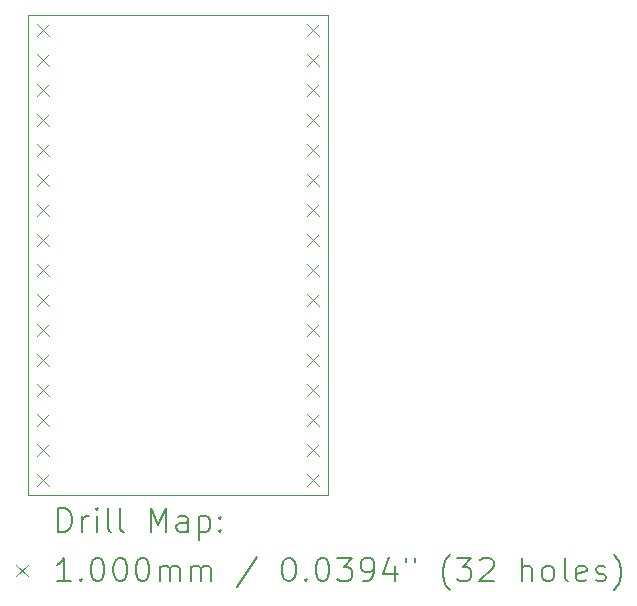
<source format=gbr>
%TF.GenerationSoftware,KiCad,Pcbnew,9.0.6*%
%TF.CreationDate,2026-01-07T21:32:34-06:00*%
%TF.ProjectId,QFP-32_5x5_P0.5,5146502d-3332-45f3-9578-355f50302e35,rev?*%
%TF.SameCoordinates,Original*%
%TF.FileFunction,Drillmap*%
%TF.FilePolarity,Positive*%
%FSLAX45Y45*%
G04 Gerber Fmt 4.5, Leading zero omitted, Abs format (unit mm)*
G04 Created by KiCad (PCBNEW 9.0.6) date 2026-01-07 21:32:34*
%MOMM*%
%LPD*%
G01*
G04 APERTURE LIST*
%ADD10C,0.050000*%
%ADD11C,0.200000*%
%ADD12C,0.100000*%
G04 APERTURE END LIST*
D10*
X12573000Y-10033000D02*
X15113000Y-10033000D01*
X15113000Y-14097000D01*
X12573000Y-14097000D01*
X12573000Y-10033000D01*
D11*
D12*
X12650000Y-10110000D02*
X12750000Y-10210000D01*
X12750000Y-10110000D02*
X12650000Y-10210000D01*
X12650000Y-10364000D02*
X12750000Y-10464000D01*
X12750000Y-10364000D02*
X12650000Y-10464000D01*
X12650000Y-10618000D02*
X12750000Y-10718000D01*
X12750000Y-10618000D02*
X12650000Y-10718000D01*
X12650000Y-10872000D02*
X12750000Y-10972000D01*
X12750000Y-10872000D02*
X12650000Y-10972000D01*
X12650000Y-11126000D02*
X12750000Y-11226000D01*
X12750000Y-11126000D02*
X12650000Y-11226000D01*
X12650000Y-11380000D02*
X12750000Y-11480000D01*
X12750000Y-11380000D02*
X12650000Y-11480000D01*
X12650000Y-11634000D02*
X12750000Y-11734000D01*
X12750000Y-11634000D02*
X12650000Y-11734000D01*
X12650000Y-11888000D02*
X12750000Y-11988000D01*
X12750000Y-11888000D02*
X12650000Y-11988000D01*
X12650000Y-12142000D02*
X12750000Y-12242000D01*
X12750000Y-12142000D02*
X12650000Y-12242000D01*
X12650000Y-12396000D02*
X12750000Y-12496000D01*
X12750000Y-12396000D02*
X12650000Y-12496000D01*
X12650000Y-12650000D02*
X12750000Y-12750000D01*
X12750000Y-12650000D02*
X12650000Y-12750000D01*
X12650000Y-12904000D02*
X12750000Y-13004000D01*
X12750000Y-12904000D02*
X12650000Y-13004000D01*
X12650000Y-13158000D02*
X12750000Y-13258000D01*
X12750000Y-13158000D02*
X12650000Y-13258000D01*
X12650000Y-13412000D02*
X12750000Y-13512000D01*
X12750000Y-13412000D02*
X12650000Y-13512000D01*
X12650000Y-13666000D02*
X12750000Y-13766000D01*
X12750000Y-13666000D02*
X12650000Y-13766000D01*
X12650000Y-13920000D02*
X12750000Y-14020000D01*
X12750000Y-13920000D02*
X12650000Y-14020000D01*
X14936000Y-10110000D02*
X15036000Y-10210000D01*
X15036000Y-10110000D02*
X14936000Y-10210000D01*
X14936000Y-10364000D02*
X15036000Y-10464000D01*
X15036000Y-10364000D02*
X14936000Y-10464000D01*
X14936000Y-10618000D02*
X15036000Y-10718000D01*
X15036000Y-10618000D02*
X14936000Y-10718000D01*
X14936000Y-10872000D02*
X15036000Y-10972000D01*
X15036000Y-10872000D02*
X14936000Y-10972000D01*
X14936000Y-11126000D02*
X15036000Y-11226000D01*
X15036000Y-11126000D02*
X14936000Y-11226000D01*
X14936000Y-11380000D02*
X15036000Y-11480000D01*
X15036000Y-11380000D02*
X14936000Y-11480000D01*
X14936000Y-11634000D02*
X15036000Y-11734000D01*
X15036000Y-11634000D02*
X14936000Y-11734000D01*
X14936000Y-11888000D02*
X15036000Y-11988000D01*
X15036000Y-11888000D02*
X14936000Y-11988000D01*
X14936000Y-12142000D02*
X15036000Y-12242000D01*
X15036000Y-12142000D02*
X14936000Y-12242000D01*
X14936000Y-12396000D02*
X15036000Y-12496000D01*
X15036000Y-12396000D02*
X14936000Y-12496000D01*
X14936000Y-12650000D02*
X15036000Y-12750000D01*
X15036000Y-12650000D02*
X14936000Y-12750000D01*
X14936000Y-12904000D02*
X15036000Y-13004000D01*
X15036000Y-12904000D02*
X14936000Y-13004000D01*
X14936000Y-13158000D02*
X15036000Y-13258000D01*
X15036000Y-13158000D02*
X14936000Y-13258000D01*
X14936000Y-13412000D02*
X15036000Y-13512000D01*
X15036000Y-13412000D02*
X14936000Y-13512000D01*
X14936000Y-13666000D02*
X15036000Y-13766000D01*
X15036000Y-13666000D02*
X14936000Y-13766000D01*
X14936000Y-13920000D02*
X15036000Y-14020000D01*
X15036000Y-13920000D02*
X14936000Y-14020000D01*
D11*
X12831277Y-14410984D02*
X12831277Y-14210984D01*
X12831277Y-14210984D02*
X12878896Y-14210984D01*
X12878896Y-14210984D02*
X12907467Y-14220508D01*
X12907467Y-14220508D02*
X12926515Y-14239555D01*
X12926515Y-14239555D02*
X12936039Y-14258603D01*
X12936039Y-14258603D02*
X12945562Y-14296698D01*
X12945562Y-14296698D02*
X12945562Y-14325269D01*
X12945562Y-14325269D02*
X12936039Y-14363365D01*
X12936039Y-14363365D02*
X12926515Y-14382412D01*
X12926515Y-14382412D02*
X12907467Y-14401460D01*
X12907467Y-14401460D02*
X12878896Y-14410984D01*
X12878896Y-14410984D02*
X12831277Y-14410984D01*
X13031277Y-14410984D02*
X13031277Y-14277650D01*
X13031277Y-14315746D02*
X13040801Y-14296698D01*
X13040801Y-14296698D02*
X13050324Y-14287174D01*
X13050324Y-14287174D02*
X13069372Y-14277650D01*
X13069372Y-14277650D02*
X13088420Y-14277650D01*
X13155086Y-14410984D02*
X13155086Y-14277650D01*
X13155086Y-14210984D02*
X13145562Y-14220508D01*
X13145562Y-14220508D02*
X13155086Y-14230031D01*
X13155086Y-14230031D02*
X13164610Y-14220508D01*
X13164610Y-14220508D02*
X13155086Y-14210984D01*
X13155086Y-14210984D02*
X13155086Y-14230031D01*
X13278896Y-14410984D02*
X13259848Y-14401460D01*
X13259848Y-14401460D02*
X13250324Y-14382412D01*
X13250324Y-14382412D02*
X13250324Y-14210984D01*
X13383658Y-14410984D02*
X13364610Y-14401460D01*
X13364610Y-14401460D02*
X13355086Y-14382412D01*
X13355086Y-14382412D02*
X13355086Y-14210984D01*
X13612229Y-14410984D02*
X13612229Y-14210984D01*
X13612229Y-14210984D02*
X13678896Y-14353841D01*
X13678896Y-14353841D02*
X13745562Y-14210984D01*
X13745562Y-14210984D02*
X13745562Y-14410984D01*
X13926515Y-14410984D02*
X13926515Y-14306222D01*
X13926515Y-14306222D02*
X13916991Y-14287174D01*
X13916991Y-14287174D02*
X13897943Y-14277650D01*
X13897943Y-14277650D02*
X13859848Y-14277650D01*
X13859848Y-14277650D02*
X13840801Y-14287174D01*
X13926515Y-14401460D02*
X13907467Y-14410984D01*
X13907467Y-14410984D02*
X13859848Y-14410984D01*
X13859848Y-14410984D02*
X13840801Y-14401460D01*
X13840801Y-14401460D02*
X13831277Y-14382412D01*
X13831277Y-14382412D02*
X13831277Y-14363365D01*
X13831277Y-14363365D02*
X13840801Y-14344317D01*
X13840801Y-14344317D02*
X13859848Y-14334793D01*
X13859848Y-14334793D02*
X13907467Y-14334793D01*
X13907467Y-14334793D02*
X13926515Y-14325269D01*
X14021753Y-14277650D02*
X14021753Y-14477650D01*
X14021753Y-14287174D02*
X14040801Y-14277650D01*
X14040801Y-14277650D02*
X14078896Y-14277650D01*
X14078896Y-14277650D02*
X14097943Y-14287174D01*
X14097943Y-14287174D02*
X14107467Y-14296698D01*
X14107467Y-14296698D02*
X14116991Y-14315746D01*
X14116991Y-14315746D02*
X14116991Y-14372888D01*
X14116991Y-14372888D02*
X14107467Y-14391936D01*
X14107467Y-14391936D02*
X14097943Y-14401460D01*
X14097943Y-14401460D02*
X14078896Y-14410984D01*
X14078896Y-14410984D02*
X14040801Y-14410984D01*
X14040801Y-14410984D02*
X14021753Y-14401460D01*
X14202705Y-14391936D02*
X14212229Y-14401460D01*
X14212229Y-14401460D02*
X14202705Y-14410984D01*
X14202705Y-14410984D02*
X14193182Y-14401460D01*
X14193182Y-14401460D02*
X14202705Y-14391936D01*
X14202705Y-14391936D02*
X14202705Y-14410984D01*
X14202705Y-14287174D02*
X14212229Y-14296698D01*
X14212229Y-14296698D02*
X14202705Y-14306222D01*
X14202705Y-14306222D02*
X14193182Y-14296698D01*
X14193182Y-14296698D02*
X14202705Y-14287174D01*
X14202705Y-14287174D02*
X14202705Y-14306222D01*
D12*
X12470500Y-14689500D02*
X12570500Y-14789500D01*
X12570500Y-14689500D02*
X12470500Y-14789500D01*
D11*
X12936039Y-14830984D02*
X12821753Y-14830984D01*
X12878896Y-14830984D02*
X12878896Y-14630984D01*
X12878896Y-14630984D02*
X12859848Y-14659555D01*
X12859848Y-14659555D02*
X12840801Y-14678603D01*
X12840801Y-14678603D02*
X12821753Y-14688127D01*
X13021753Y-14811936D02*
X13031277Y-14821460D01*
X13031277Y-14821460D02*
X13021753Y-14830984D01*
X13021753Y-14830984D02*
X13012229Y-14821460D01*
X13012229Y-14821460D02*
X13021753Y-14811936D01*
X13021753Y-14811936D02*
X13021753Y-14830984D01*
X13155086Y-14630984D02*
X13174134Y-14630984D01*
X13174134Y-14630984D02*
X13193182Y-14640508D01*
X13193182Y-14640508D02*
X13202705Y-14650031D01*
X13202705Y-14650031D02*
X13212229Y-14669079D01*
X13212229Y-14669079D02*
X13221753Y-14707174D01*
X13221753Y-14707174D02*
X13221753Y-14754793D01*
X13221753Y-14754793D02*
X13212229Y-14792888D01*
X13212229Y-14792888D02*
X13202705Y-14811936D01*
X13202705Y-14811936D02*
X13193182Y-14821460D01*
X13193182Y-14821460D02*
X13174134Y-14830984D01*
X13174134Y-14830984D02*
X13155086Y-14830984D01*
X13155086Y-14830984D02*
X13136039Y-14821460D01*
X13136039Y-14821460D02*
X13126515Y-14811936D01*
X13126515Y-14811936D02*
X13116991Y-14792888D01*
X13116991Y-14792888D02*
X13107467Y-14754793D01*
X13107467Y-14754793D02*
X13107467Y-14707174D01*
X13107467Y-14707174D02*
X13116991Y-14669079D01*
X13116991Y-14669079D02*
X13126515Y-14650031D01*
X13126515Y-14650031D02*
X13136039Y-14640508D01*
X13136039Y-14640508D02*
X13155086Y-14630984D01*
X13345562Y-14630984D02*
X13364610Y-14630984D01*
X13364610Y-14630984D02*
X13383658Y-14640508D01*
X13383658Y-14640508D02*
X13393182Y-14650031D01*
X13393182Y-14650031D02*
X13402705Y-14669079D01*
X13402705Y-14669079D02*
X13412229Y-14707174D01*
X13412229Y-14707174D02*
X13412229Y-14754793D01*
X13412229Y-14754793D02*
X13402705Y-14792888D01*
X13402705Y-14792888D02*
X13393182Y-14811936D01*
X13393182Y-14811936D02*
X13383658Y-14821460D01*
X13383658Y-14821460D02*
X13364610Y-14830984D01*
X13364610Y-14830984D02*
X13345562Y-14830984D01*
X13345562Y-14830984D02*
X13326515Y-14821460D01*
X13326515Y-14821460D02*
X13316991Y-14811936D01*
X13316991Y-14811936D02*
X13307467Y-14792888D01*
X13307467Y-14792888D02*
X13297943Y-14754793D01*
X13297943Y-14754793D02*
X13297943Y-14707174D01*
X13297943Y-14707174D02*
X13307467Y-14669079D01*
X13307467Y-14669079D02*
X13316991Y-14650031D01*
X13316991Y-14650031D02*
X13326515Y-14640508D01*
X13326515Y-14640508D02*
X13345562Y-14630984D01*
X13536039Y-14630984D02*
X13555086Y-14630984D01*
X13555086Y-14630984D02*
X13574134Y-14640508D01*
X13574134Y-14640508D02*
X13583658Y-14650031D01*
X13583658Y-14650031D02*
X13593182Y-14669079D01*
X13593182Y-14669079D02*
X13602705Y-14707174D01*
X13602705Y-14707174D02*
X13602705Y-14754793D01*
X13602705Y-14754793D02*
X13593182Y-14792888D01*
X13593182Y-14792888D02*
X13583658Y-14811936D01*
X13583658Y-14811936D02*
X13574134Y-14821460D01*
X13574134Y-14821460D02*
X13555086Y-14830984D01*
X13555086Y-14830984D02*
X13536039Y-14830984D01*
X13536039Y-14830984D02*
X13516991Y-14821460D01*
X13516991Y-14821460D02*
X13507467Y-14811936D01*
X13507467Y-14811936D02*
X13497943Y-14792888D01*
X13497943Y-14792888D02*
X13488420Y-14754793D01*
X13488420Y-14754793D02*
X13488420Y-14707174D01*
X13488420Y-14707174D02*
X13497943Y-14669079D01*
X13497943Y-14669079D02*
X13507467Y-14650031D01*
X13507467Y-14650031D02*
X13516991Y-14640508D01*
X13516991Y-14640508D02*
X13536039Y-14630984D01*
X13688420Y-14830984D02*
X13688420Y-14697650D01*
X13688420Y-14716698D02*
X13697943Y-14707174D01*
X13697943Y-14707174D02*
X13716991Y-14697650D01*
X13716991Y-14697650D02*
X13745563Y-14697650D01*
X13745563Y-14697650D02*
X13764610Y-14707174D01*
X13764610Y-14707174D02*
X13774134Y-14726222D01*
X13774134Y-14726222D02*
X13774134Y-14830984D01*
X13774134Y-14726222D02*
X13783658Y-14707174D01*
X13783658Y-14707174D02*
X13802705Y-14697650D01*
X13802705Y-14697650D02*
X13831277Y-14697650D01*
X13831277Y-14697650D02*
X13850324Y-14707174D01*
X13850324Y-14707174D02*
X13859848Y-14726222D01*
X13859848Y-14726222D02*
X13859848Y-14830984D01*
X13955086Y-14830984D02*
X13955086Y-14697650D01*
X13955086Y-14716698D02*
X13964610Y-14707174D01*
X13964610Y-14707174D02*
X13983658Y-14697650D01*
X13983658Y-14697650D02*
X14012229Y-14697650D01*
X14012229Y-14697650D02*
X14031277Y-14707174D01*
X14031277Y-14707174D02*
X14040801Y-14726222D01*
X14040801Y-14726222D02*
X14040801Y-14830984D01*
X14040801Y-14726222D02*
X14050324Y-14707174D01*
X14050324Y-14707174D02*
X14069372Y-14697650D01*
X14069372Y-14697650D02*
X14097943Y-14697650D01*
X14097943Y-14697650D02*
X14116991Y-14707174D01*
X14116991Y-14707174D02*
X14126515Y-14726222D01*
X14126515Y-14726222D02*
X14126515Y-14830984D01*
X14516991Y-14621460D02*
X14345563Y-14878603D01*
X14774134Y-14630984D02*
X14793182Y-14630984D01*
X14793182Y-14630984D02*
X14812229Y-14640508D01*
X14812229Y-14640508D02*
X14821753Y-14650031D01*
X14821753Y-14650031D02*
X14831277Y-14669079D01*
X14831277Y-14669079D02*
X14840801Y-14707174D01*
X14840801Y-14707174D02*
X14840801Y-14754793D01*
X14840801Y-14754793D02*
X14831277Y-14792888D01*
X14831277Y-14792888D02*
X14821753Y-14811936D01*
X14821753Y-14811936D02*
X14812229Y-14821460D01*
X14812229Y-14821460D02*
X14793182Y-14830984D01*
X14793182Y-14830984D02*
X14774134Y-14830984D01*
X14774134Y-14830984D02*
X14755086Y-14821460D01*
X14755086Y-14821460D02*
X14745563Y-14811936D01*
X14745563Y-14811936D02*
X14736039Y-14792888D01*
X14736039Y-14792888D02*
X14726515Y-14754793D01*
X14726515Y-14754793D02*
X14726515Y-14707174D01*
X14726515Y-14707174D02*
X14736039Y-14669079D01*
X14736039Y-14669079D02*
X14745563Y-14650031D01*
X14745563Y-14650031D02*
X14755086Y-14640508D01*
X14755086Y-14640508D02*
X14774134Y-14630984D01*
X14926515Y-14811936D02*
X14936039Y-14821460D01*
X14936039Y-14821460D02*
X14926515Y-14830984D01*
X14926515Y-14830984D02*
X14916991Y-14821460D01*
X14916991Y-14821460D02*
X14926515Y-14811936D01*
X14926515Y-14811936D02*
X14926515Y-14830984D01*
X15059848Y-14630984D02*
X15078896Y-14630984D01*
X15078896Y-14630984D02*
X15097944Y-14640508D01*
X15097944Y-14640508D02*
X15107467Y-14650031D01*
X15107467Y-14650031D02*
X15116991Y-14669079D01*
X15116991Y-14669079D02*
X15126515Y-14707174D01*
X15126515Y-14707174D02*
X15126515Y-14754793D01*
X15126515Y-14754793D02*
X15116991Y-14792888D01*
X15116991Y-14792888D02*
X15107467Y-14811936D01*
X15107467Y-14811936D02*
X15097944Y-14821460D01*
X15097944Y-14821460D02*
X15078896Y-14830984D01*
X15078896Y-14830984D02*
X15059848Y-14830984D01*
X15059848Y-14830984D02*
X15040801Y-14821460D01*
X15040801Y-14821460D02*
X15031277Y-14811936D01*
X15031277Y-14811936D02*
X15021753Y-14792888D01*
X15021753Y-14792888D02*
X15012229Y-14754793D01*
X15012229Y-14754793D02*
X15012229Y-14707174D01*
X15012229Y-14707174D02*
X15021753Y-14669079D01*
X15021753Y-14669079D02*
X15031277Y-14650031D01*
X15031277Y-14650031D02*
X15040801Y-14640508D01*
X15040801Y-14640508D02*
X15059848Y-14630984D01*
X15193182Y-14630984D02*
X15316991Y-14630984D01*
X15316991Y-14630984D02*
X15250325Y-14707174D01*
X15250325Y-14707174D02*
X15278896Y-14707174D01*
X15278896Y-14707174D02*
X15297944Y-14716698D01*
X15297944Y-14716698D02*
X15307467Y-14726222D01*
X15307467Y-14726222D02*
X15316991Y-14745269D01*
X15316991Y-14745269D02*
X15316991Y-14792888D01*
X15316991Y-14792888D02*
X15307467Y-14811936D01*
X15307467Y-14811936D02*
X15297944Y-14821460D01*
X15297944Y-14821460D02*
X15278896Y-14830984D01*
X15278896Y-14830984D02*
X15221753Y-14830984D01*
X15221753Y-14830984D02*
X15202706Y-14821460D01*
X15202706Y-14821460D02*
X15193182Y-14811936D01*
X15412229Y-14830984D02*
X15450325Y-14830984D01*
X15450325Y-14830984D02*
X15469372Y-14821460D01*
X15469372Y-14821460D02*
X15478896Y-14811936D01*
X15478896Y-14811936D02*
X15497944Y-14783365D01*
X15497944Y-14783365D02*
X15507467Y-14745269D01*
X15507467Y-14745269D02*
X15507467Y-14669079D01*
X15507467Y-14669079D02*
X15497944Y-14650031D01*
X15497944Y-14650031D02*
X15488420Y-14640508D01*
X15488420Y-14640508D02*
X15469372Y-14630984D01*
X15469372Y-14630984D02*
X15431277Y-14630984D01*
X15431277Y-14630984D02*
X15412229Y-14640508D01*
X15412229Y-14640508D02*
X15402706Y-14650031D01*
X15402706Y-14650031D02*
X15393182Y-14669079D01*
X15393182Y-14669079D02*
X15393182Y-14716698D01*
X15393182Y-14716698D02*
X15402706Y-14735746D01*
X15402706Y-14735746D02*
X15412229Y-14745269D01*
X15412229Y-14745269D02*
X15431277Y-14754793D01*
X15431277Y-14754793D02*
X15469372Y-14754793D01*
X15469372Y-14754793D02*
X15488420Y-14745269D01*
X15488420Y-14745269D02*
X15497944Y-14735746D01*
X15497944Y-14735746D02*
X15507467Y-14716698D01*
X15678896Y-14697650D02*
X15678896Y-14830984D01*
X15631277Y-14621460D02*
X15583658Y-14764317D01*
X15583658Y-14764317D02*
X15707467Y-14764317D01*
X15774134Y-14630984D02*
X15774134Y-14669079D01*
X15850325Y-14630984D02*
X15850325Y-14669079D01*
X16145563Y-14907174D02*
X16136039Y-14897650D01*
X16136039Y-14897650D02*
X16116991Y-14869079D01*
X16116991Y-14869079D02*
X16107468Y-14850031D01*
X16107468Y-14850031D02*
X16097944Y-14821460D01*
X16097944Y-14821460D02*
X16088420Y-14773841D01*
X16088420Y-14773841D02*
X16088420Y-14735746D01*
X16088420Y-14735746D02*
X16097944Y-14688127D01*
X16097944Y-14688127D02*
X16107468Y-14659555D01*
X16107468Y-14659555D02*
X16116991Y-14640508D01*
X16116991Y-14640508D02*
X16136039Y-14611936D01*
X16136039Y-14611936D02*
X16145563Y-14602412D01*
X16202706Y-14630984D02*
X16326515Y-14630984D01*
X16326515Y-14630984D02*
X16259848Y-14707174D01*
X16259848Y-14707174D02*
X16288420Y-14707174D01*
X16288420Y-14707174D02*
X16307468Y-14716698D01*
X16307468Y-14716698D02*
X16316991Y-14726222D01*
X16316991Y-14726222D02*
X16326515Y-14745269D01*
X16326515Y-14745269D02*
X16326515Y-14792888D01*
X16326515Y-14792888D02*
X16316991Y-14811936D01*
X16316991Y-14811936D02*
X16307468Y-14821460D01*
X16307468Y-14821460D02*
X16288420Y-14830984D01*
X16288420Y-14830984D02*
X16231277Y-14830984D01*
X16231277Y-14830984D02*
X16212229Y-14821460D01*
X16212229Y-14821460D02*
X16202706Y-14811936D01*
X16402706Y-14650031D02*
X16412229Y-14640508D01*
X16412229Y-14640508D02*
X16431277Y-14630984D01*
X16431277Y-14630984D02*
X16478896Y-14630984D01*
X16478896Y-14630984D02*
X16497944Y-14640508D01*
X16497944Y-14640508D02*
X16507468Y-14650031D01*
X16507468Y-14650031D02*
X16516991Y-14669079D01*
X16516991Y-14669079D02*
X16516991Y-14688127D01*
X16516991Y-14688127D02*
X16507468Y-14716698D01*
X16507468Y-14716698D02*
X16393182Y-14830984D01*
X16393182Y-14830984D02*
X16516991Y-14830984D01*
X16755087Y-14830984D02*
X16755087Y-14630984D01*
X16840801Y-14830984D02*
X16840801Y-14726222D01*
X16840801Y-14726222D02*
X16831277Y-14707174D01*
X16831277Y-14707174D02*
X16812230Y-14697650D01*
X16812230Y-14697650D02*
X16783658Y-14697650D01*
X16783658Y-14697650D02*
X16764610Y-14707174D01*
X16764610Y-14707174D02*
X16755087Y-14716698D01*
X16964611Y-14830984D02*
X16945563Y-14821460D01*
X16945563Y-14821460D02*
X16936039Y-14811936D01*
X16936039Y-14811936D02*
X16926515Y-14792888D01*
X16926515Y-14792888D02*
X16926515Y-14735746D01*
X16926515Y-14735746D02*
X16936039Y-14716698D01*
X16936039Y-14716698D02*
X16945563Y-14707174D01*
X16945563Y-14707174D02*
X16964611Y-14697650D01*
X16964611Y-14697650D02*
X16993182Y-14697650D01*
X16993182Y-14697650D02*
X17012230Y-14707174D01*
X17012230Y-14707174D02*
X17021753Y-14716698D01*
X17021753Y-14716698D02*
X17031277Y-14735746D01*
X17031277Y-14735746D02*
X17031277Y-14792888D01*
X17031277Y-14792888D02*
X17021753Y-14811936D01*
X17021753Y-14811936D02*
X17012230Y-14821460D01*
X17012230Y-14821460D02*
X16993182Y-14830984D01*
X16993182Y-14830984D02*
X16964611Y-14830984D01*
X17145563Y-14830984D02*
X17126515Y-14821460D01*
X17126515Y-14821460D02*
X17116992Y-14802412D01*
X17116992Y-14802412D02*
X17116992Y-14630984D01*
X17297944Y-14821460D02*
X17278896Y-14830984D01*
X17278896Y-14830984D02*
X17240801Y-14830984D01*
X17240801Y-14830984D02*
X17221753Y-14821460D01*
X17221753Y-14821460D02*
X17212230Y-14802412D01*
X17212230Y-14802412D02*
X17212230Y-14726222D01*
X17212230Y-14726222D02*
X17221753Y-14707174D01*
X17221753Y-14707174D02*
X17240801Y-14697650D01*
X17240801Y-14697650D02*
X17278896Y-14697650D01*
X17278896Y-14697650D02*
X17297944Y-14707174D01*
X17297944Y-14707174D02*
X17307468Y-14726222D01*
X17307468Y-14726222D02*
X17307468Y-14745269D01*
X17307468Y-14745269D02*
X17212230Y-14764317D01*
X17383658Y-14821460D02*
X17402706Y-14830984D01*
X17402706Y-14830984D02*
X17440801Y-14830984D01*
X17440801Y-14830984D02*
X17459849Y-14821460D01*
X17459849Y-14821460D02*
X17469373Y-14802412D01*
X17469373Y-14802412D02*
X17469373Y-14792888D01*
X17469373Y-14792888D02*
X17459849Y-14773841D01*
X17459849Y-14773841D02*
X17440801Y-14764317D01*
X17440801Y-14764317D02*
X17412230Y-14764317D01*
X17412230Y-14764317D02*
X17393182Y-14754793D01*
X17393182Y-14754793D02*
X17383658Y-14735746D01*
X17383658Y-14735746D02*
X17383658Y-14726222D01*
X17383658Y-14726222D02*
X17393182Y-14707174D01*
X17393182Y-14707174D02*
X17412230Y-14697650D01*
X17412230Y-14697650D02*
X17440801Y-14697650D01*
X17440801Y-14697650D02*
X17459849Y-14707174D01*
X17536039Y-14907174D02*
X17545563Y-14897650D01*
X17545563Y-14897650D02*
X17564611Y-14869079D01*
X17564611Y-14869079D02*
X17574134Y-14850031D01*
X17574134Y-14850031D02*
X17583658Y-14821460D01*
X17583658Y-14821460D02*
X17593182Y-14773841D01*
X17593182Y-14773841D02*
X17593182Y-14735746D01*
X17593182Y-14735746D02*
X17583658Y-14688127D01*
X17583658Y-14688127D02*
X17574134Y-14659555D01*
X17574134Y-14659555D02*
X17564611Y-14640508D01*
X17564611Y-14640508D02*
X17545563Y-14611936D01*
X17545563Y-14611936D02*
X17536039Y-14602412D01*
M02*

</source>
